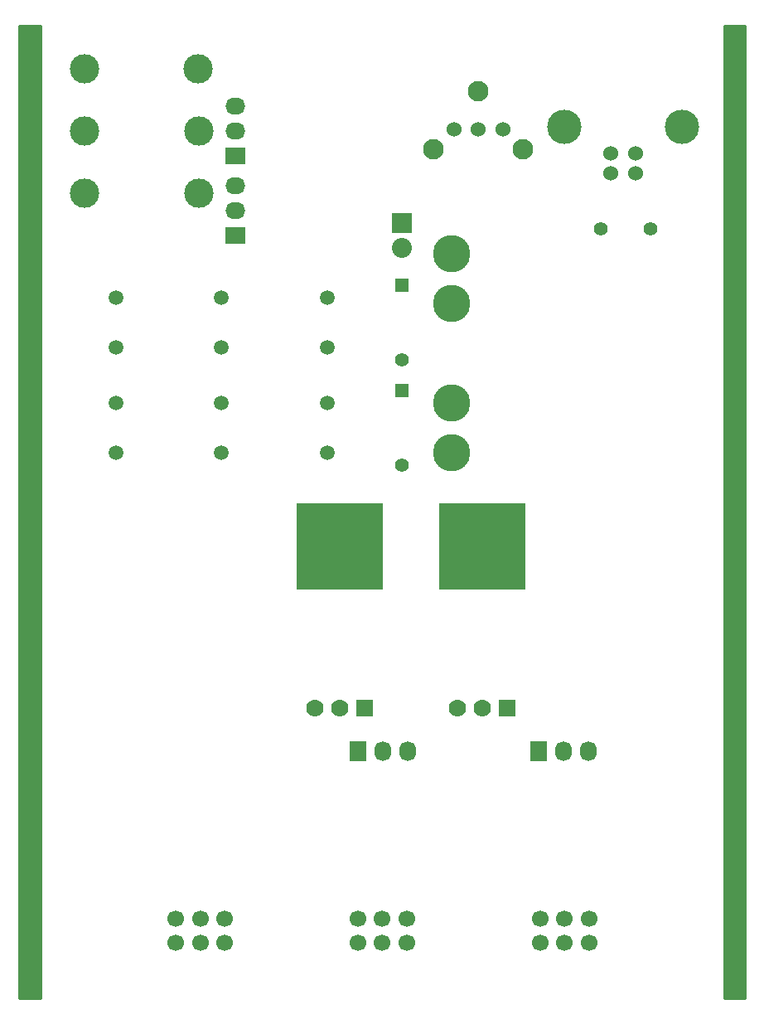
<source format=gbs>
G04 #@! TF.FileFunction,Soldermask,Bot*
%FSLAX46Y46*%
G04 Gerber Fmt 4.6, Leading zero omitted, Abs format (unit mm)*
G04 Created by KiCad (PCBNEW 4.0.0-rc2-stable) date 17.11.2015 23:45:42*
%MOMM*%
G01*
G04 APERTURE LIST*
%ADD10C,0.100000*%
%ADD11C,1.524000*%
%ADD12C,3.500000*%
%ADD13C,3.000000*%
%ADD14C,1.700000*%
%ADD15R,2.032000X2.032000*%
%ADD16O,2.032000X2.032000*%
%ADD17R,1.727200X2.032000*%
%ADD18O,1.727200X2.032000*%
%ADD19C,1.422400*%
%ADD20C,3.810000*%
%ADD21R,1.397000X1.397000*%
%ADD22C,1.397000*%
%ADD23C,1.501140*%
%ADD24R,1.778000X1.778000*%
%ADD25C,1.778000*%
%ADD26R,8.890000X8.890000*%
%ADD27R,2.032000X1.727200*%
%ADD28O,2.032000X1.727200*%
%ADD29C,2.100000*%
%ADD30C,0.254000*%
G04 APERTURE END LIST*
D10*
D11*
X155330000Y-58399000D03*
X157870000Y-58399000D03*
X157870000Y-56400020D03*
X155330000Y-56400020D03*
D12*
X150600520Y-53700000D03*
X162599480Y-53700000D03*
D13*
X113200000Y-47750000D03*
X101550000Y-47750000D03*
X113250000Y-54100000D03*
X101550000Y-54100000D03*
X113250000Y-60450000D03*
X101550000Y-60450000D03*
D14*
X110900000Y-137000000D03*
X113400000Y-137000000D03*
X115900000Y-137000000D03*
X110900000Y-134500000D03*
X113400000Y-134500000D03*
X115900000Y-134500000D03*
X129500000Y-137000000D03*
X132000000Y-137000000D03*
X134500000Y-137000000D03*
X129500000Y-134500000D03*
X132000000Y-134500000D03*
X134500000Y-134500000D03*
X148100000Y-137000000D03*
X150600000Y-137000000D03*
X153100000Y-137000000D03*
X148100000Y-134500000D03*
X150600000Y-134500000D03*
X153100000Y-134500000D03*
D15*
X133985000Y-63500000D03*
D16*
X133985000Y-66040000D03*
D17*
X147955000Y-117475000D03*
D18*
X150495000Y-117475000D03*
X153035000Y-117475000D03*
D17*
X129540000Y-117475000D03*
D18*
X132080000Y-117475000D03*
X134620000Y-117475000D03*
D19*
X159385000Y-64135000D03*
X154305000Y-64135000D03*
D20*
X139065000Y-66675000D03*
X139065000Y-71755000D03*
X139065000Y-81915000D03*
X139065000Y-86995000D03*
D21*
X133985000Y-80645000D03*
D22*
X133985000Y-88265000D03*
D21*
X133985000Y-69850000D03*
D22*
X133985000Y-77470000D03*
D23*
X126365000Y-86995000D03*
X126365000Y-81915000D03*
X115570000Y-86995000D03*
X115570000Y-81915000D03*
X104775000Y-86995000D03*
X104775000Y-81915000D03*
X115570000Y-76200000D03*
X115570000Y-71120000D03*
X126365000Y-76200000D03*
X126365000Y-71120000D03*
X104775000Y-76200000D03*
X104775000Y-71120000D03*
D24*
X144780000Y-113030000D03*
D25*
X139700000Y-113030000D03*
X142240000Y-113030000D03*
D26*
X142240000Y-96520000D03*
D24*
X130175000Y-113030000D03*
D25*
X125095000Y-113030000D03*
X127635000Y-113030000D03*
D26*
X127635000Y-96520000D03*
D27*
X116967000Y-64770000D03*
D28*
X116967000Y-62230000D03*
X116967000Y-59690000D03*
D27*
X116967000Y-56642000D03*
D28*
X116967000Y-54102000D03*
X116967000Y-51562000D03*
D11*
X141800000Y-53900000D03*
X144300000Y-53900000D03*
X139300000Y-53900000D03*
D29*
X141800000Y-50000000D03*
X146400000Y-56000000D03*
X137200000Y-56000000D03*
D30*
G36*
X169073000Y-142673000D02*
X166927000Y-142673000D01*
X166927000Y-43327000D01*
X169073000Y-43327000D01*
X169073000Y-142673000D01*
X169073000Y-142673000D01*
G37*
X169073000Y-142673000D02*
X166927000Y-142673000D01*
X166927000Y-43327000D01*
X169073000Y-43327000D01*
X169073000Y-142673000D01*
G36*
X97073000Y-142673000D02*
X94927000Y-142673000D01*
X94927000Y-43327000D01*
X97073000Y-43327000D01*
X97073000Y-142673000D01*
X97073000Y-142673000D01*
G37*
X97073000Y-142673000D02*
X94927000Y-142673000D01*
X94927000Y-43327000D01*
X97073000Y-43327000D01*
X97073000Y-142673000D01*
M02*

</source>
